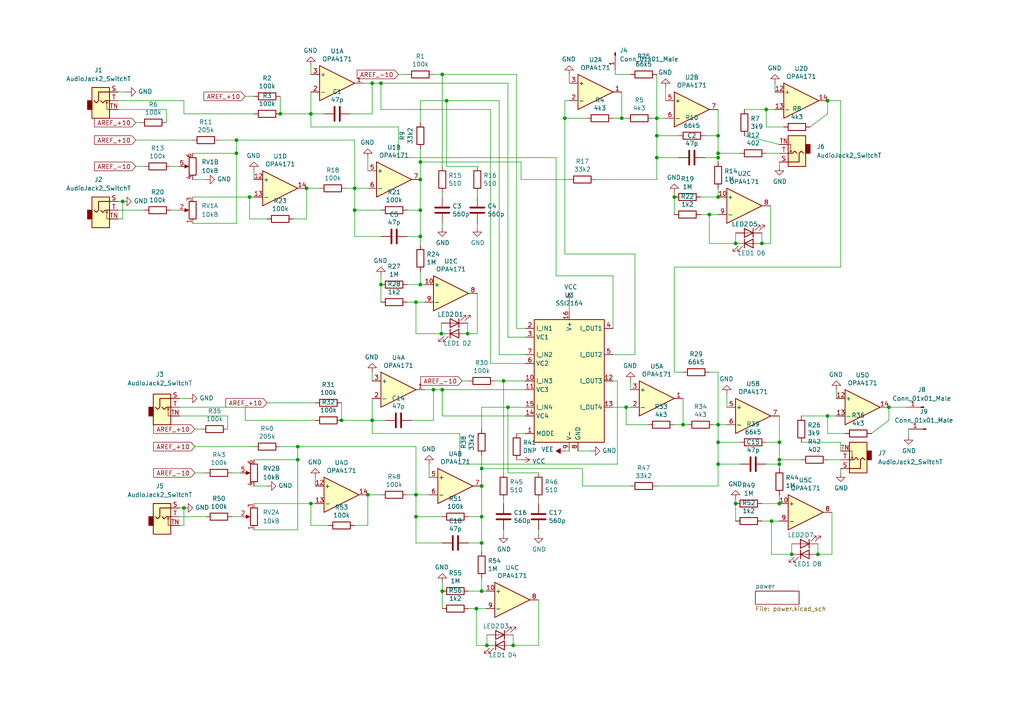
<source format=kicad_sch>
(kicad_sch (version 20211123) (generator eeschema)
  (paper "A4")
  (title_block (title "Mutable Blinds Klon, Taube Kanal 1+2") (date "2022-03-31") (rev "1.0") (comment 1 "urban@taube.xyz") (comment 2 "KiCad clone by Urban Bieri") (comment 3 "Design by Émilie Gillet") (comment 4 "cc-by-sa"))
  (junction (at 226.06 134.62))
  (junction (at 125.73 113.03))
  (junction (at 128.27 113.03))
  (junction (at 110.49 24.13))
  (junction (at 148.844 187.198))
  (junction (at 128.016 96.774))
  (junction (at 146.05 110.49))
  (junction (at 135.636 96.774))
  (junction (at 139.7 171.45))
  (junction (at 208.28 45.72))
  (junction (at 208.28 44.45))
  (junction (at 35.56 58.42))
  (junction (at 81.28 33.02))
  (junction (at 106.68 143.51))
  (junction (at 128.27 171.45))
  (junction (at 208.28 39.37))
  (junction (at 222.25 31.75))
  (junction (at 121.92 60.96))
  (junction (at 121.92 82.55))
  (junction (at 205.74 62.23))
  (junction (at 121.92 46.99))
  (junction (at 208.28 128.27))
  (junction (at 139.7 149.86))
  (junction (at 128.27 21.59))
  (junction (at 226.06 128.27))
  (junction (at 68.58 40.64))
  (junction (at 208.28 134.62))
  (junction (at 195.58 57.15))
  (junction (at 198.12 123.19))
  (junction (at 190.5 45.72))
  (junction (at 257.81 118.11))
  (junction (at 226.06 133.35))
  (junction (at 107.95 24.13))
  (junction (at 102.87 60.96))
  (junction (at 107.95 121.92))
  (junction (at 138.176 176.53))
  (junction (at 226.06 146.05))
  (junction (at 88.9 54.61))
  (junction (at 237.236 160.782))
  (junction (at 86.36 133.35))
  (junction (at 139.7 157.48))
  (junction (at 208.28 57.15))
  (junction (at 121.92 68.58))
  (junction (at 181.61 118.11))
  (junction (at 213.36 146.05))
  (junction (at 190.5 39.37))
  (junction (at 240.03 120.65))
  (junction (at 120.65 143.51))
  (junction (at 120.65 149.86))
  (junction (at 129.54 29.21))
  (junction (at 190.5 34.29))
  (junction (at 139.7 140.97))
  (junction (at 229.616 160.782))
  (junction (at 53.34 147.32))
  (junction (at 240.03 29.21))
  (junction (at 213.36 70.612))
  (junction (at 110.49 82.55))
  (junction (at 208.28 123.19))
  (junction (at 102.87 54.61))
  (junction (at 120.65 87.63))
  (junction (at 141.224 187.198))
  (junction (at 90.17 146.05))
  (junction (at 163.83 34.29))
  (junction (at 180.34 34.29))
  (junction (at 72.39 57.15))
  (junction (at 139.7 135.89))
  (junction (at 90.17 33.02))
  (junction (at 147.32 118.11))
  (junction (at 99.06 121.92))
  (junction (at 86.36 129.54))
  (junction (at 121.92 52.07))
  (junction (at 220.98 70.612))
  (junction (at 68.58 44.45))
  (junction (at 223.774 151.13))
  (wire (pts (xy 139.7 167.64) (xy 139.7 171.45)))
  (wire (pts (xy 55.88 57.15) (xy 72.39 57.15)))
  (wire (pts (xy 163.83 34.29) (xy 163.83 73.66)))
  (wire (pts (xy 71.12 121.92) (xy 91.44 121.92)))
  (wire (pts (xy 120.65 96.774) (xy 128.016 96.774)))
  (wire (pts (xy 107.95 33.02) (xy 107.95 24.13)))
  (wire (pts (xy 205.74 107.95) (xy 208.28 107.95)))
  (wire (pts (xy 128.27 21.59) (xy 149.86 21.59)))
  (wire (pts (xy 139.7 149.86) (xy 139.7 157.48)))
  (wire (pts (xy 223.52 70.612) (xy 220.98 70.612)))
  (wire (pts (xy 115.57 36.83) (xy 90.17 36.83)))
  (wire (pts (xy 52.07 120.65) (xy 66.04 120.65)))
  (wire (pts (xy 163.83 73.66) (xy 184.15 73.66)))
  (wire (pts (xy 67.31 149.86) (xy 69.85 149.86)))
  (wire (pts (xy 34.29 63.5) (xy 35.56 63.5)))
  (wire (pts (xy 133.35 125.73) (xy 107.95 125.73)))
  (wire (pts (xy 205.74 62.23) (xy 208.28 62.23)))
  (wire (pts (xy 71.12 118.11) (xy 71.12 121.92)))
  (wire (pts (xy 72.39 57.15) (xy 73.66 57.15)))
  (wire (pts (xy 121.92 82.55) (xy 123.19 82.55)))
  (wire (pts (xy 106.68 143.51) (xy 106.68 152.4)))
  (wire (pts (xy 49.53 48.26) (xy 52.07 48.26)))
  (wire (pts (xy 110.49 31.75) (xy 142.24 31.75)))
  (wire (pts (xy 133.35 134.62) (xy 179.07 134.62)))
  (wire (pts (xy 139.7 135.89) (xy 139.7 140.97)))
  (wire (pts (xy 133.35 134.62) (xy 133.35 125.73)))
  (wire (pts (xy 240.03 29.21) (xy 240.03 33.02)))
  (wire (pts (xy 141.224 184.15) (xy 141.224 187.198)))
  (wire (pts (xy 105.41 24.13) (xy 107.95 24.13)))
  (wire (pts (xy 81.28 33.02) (xy 90.17 33.02)))
  (wire (pts (xy 208.28 45.72) (xy 204.47 45.72)))
  (wire (pts (xy 102.87 54.61) (xy 106.68 54.61)))
  (wire (pts (xy 102.87 40.64) (xy 102.87 54.61)))
  (wire (pts (xy 110.49 24.13) (xy 147.32 24.13)))
  (wire (pts (xy 144.78 102.87) (xy 152.4 102.87)))
  (wire (pts (xy 107.95 121.92) (xy 111.76 121.92)))
  (wire (pts (xy 203.2 57.15) (xy 208.28 57.15)))
  (wire (pts (xy 243.84 128.27) (xy 243.84 130.81)))
  (wire (pts (xy 195.58 77.47) (xy 195.58 107.95)))
  (wire (pts (xy 34.29 29.21) (xy 53.34 29.21)))
  (wire (pts (xy 215.9 31.75) (xy 222.25 31.75)))
  (wire (pts (xy 210.82 114.3) (xy 210.82 118.11)))
  (wire (pts (xy 181.61 118.11) (xy 182.88 118.11)))
  (wire (pts (xy 220.98 146.05) (xy 226.06 146.05)))
  (wire (pts (xy 227.33 36.83) (xy 222.25 36.83)))
  (wire (pts (xy 118.11 82.55) (xy 121.92 82.55)))
  (wire (pts (xy 52.07 152.4) (xy 53.34 152.4)))
  (wire (pts (xy 56.515 129.54) (xy 73.66 129.54)))
  (wire (pts (xy 203.2 62.23) (xy 205.74 62.23)))
  (wire (pts (xy 138.43 85.09) (xy 138.43 96.774)))
  (wire (pts (xy 163.83 34.29) (xy 163.83 29.21)))
  (wire (pts (xy 172.72 52.07) (xy 190.5 52.07)))
  (wire (pts (xy 208.28 39.37) (xy 208.28 44.45)))
  (wire (pts (xy 139.7 157.48) (xy 135.89 157.48)))
  (wire (pts (xy 196.85 39.37) (xy 190.5 39.37)))
  (wire (pts (xy 106.68 152.4) (xy 102.87 152.4)))
  (wire (pts (xy 121.92 46.99) (xy 151.13 46.99)))
  (wire (pts (xy 91.44 138.43) (xy 91.44 140.97)))
  (wire (pts (xy 147.32 24.13) (xy 147.32 97.79)))
  (wire (pts (xy 39.37 35.56) (xy 40.64 35.56)))
  (wire (pts (xy 193.04 25.4) (xy 193.04 29.21)))
  (wire (pts (xy 223.774 151.13) (xy 223.774 160.782)))
  (wire (pts (xy 124.46 134.62) (xy 124.46 138.43)))
  (wire (pts (xy 226.06 133.35) (xy 232.41 133.35)))
  (wire (pts (xy 106.68 143.51) (xy 110.49 143.51)))
  (wire (pts (xy 190.5 39.37) (xy 190.5 34.29)))
  (wire (pts (xy 142.24 105.41) (xy 152.4 105.41)))
  (wire (pts (xy 184.15 73.66) (xy 184.15 102.87)))
  (wire (pts (xy 138.176 187.198) (xy 141.224 187.198)))
  (wire (pts (xy 190.5 140.97) (xy 208.28 140.97)))
  (wire (pts (xy 208.28 134.62) (xy 208.28 128.27)))
  (wire (pts (xy 222.25 44.45) (xy 226.06 44.45)))
  (wire (pts (xy 151.13 52.07) (xy 165.1 52.07)))
  (wire (pts (xy 195.58 107.95) (xy 198.12 107.95)))
  (wire (pts (xy 121.92 78.74) (xy 121.92 82.55)))
  (wire (pts (xy 232.41 120.65) (xy 240.03 120.65)))
  (wire (pts (xy 190.5 21.59) (xy 190.5 34.29)))
  (wire (pts (xy 139.7 157.48) (xy 139.7 160.02)))
  (wire (pts (xy 119.38 121.92) (xy 125.73 121.92)))
  (wire (pts (xy 49.53 60.96) (xy 52.07 60.96)))
  (wire (pts (xy 229.616 157.734) (xy 229.616 160.782)))
  (wire (pts (xy 128.27 64.77) (xy 128.27 66.04)))
  (wire (pts (xy 190.5 52.07) (xy 190.5 45.72)))
  (wire (pts (xy 148.844 187.198) (xy 156.21 187.198)))
  (wire (pts (xy 110.49 24.13) (xy 110.49 31.75)))
  (wire (pts (xy 146.05 144.78) (xy 146.05 146.05)))
  (wire (pts (xy 110.49 80.01) (xy 110.49 82.55)))
  (wire (pts (xy 222.25 36.83) (xy 222.25 31.75)))
  (wire (pts (xy 121.92 29.21) (xy 129.54 29.21)))
  (wire (pts (xy 128.27 113.03) (xy 128.27 120.65)))
  (wire (pts (xy 168.91 135.89) (xy 168.91 140.97)))
  (wire (pts (xy 35.56 63.5) (xy 35.56 58.42)))
  (wire (pts (xy 81.28 27.94) (xy 81.28 33.02)))
  (wire (pts (xy 240.03 29.21) (xy 243.84 29.21)))
  (wire (pts (xy 198.12 115.57) (xy 198.12 123.19)))
  (wire (pts (xy 138.176 176.53) (xy 138.176 187.198)))
  (wire (pts (xy 138.43 64.77) (xy 138.43 66.04)))
  (wire (pts (xy 52.07 149.86) (xy 59.69 149.86)))
  (wire (pts (xy 184.15 102.87) (xy 177.8 102.87)))
  (wire (pts (xy 149.86 133.35) (xy 151.13 133.35)))
  (wire (pts (xy 152.4 125.73) (xy 149.86 125.73)))
  (wire (pts (xy 146.05 110.49) (xy 146.05 137.16)))
  (wire (pts (xy 241.3 160.782) (xy 237.236 160.782)))
  (wire (pts (xy 257.81 118.11) (xy 257.81 121.92)))
  (wire (pts (xy 139.7 140.97) (xy 139.7 149.86)))
  (wire (pts (xy 129.54 29.21) (xy 144.78 29.21)))
  (wire (pts (xy 208.28 54.61) (xy 208.28 57.15)))
  (wire (pts (xy 86.36 129.54) (xy 86.36 133.35)))
  (wire (pts (xy 120.65 149.86) (xy 120.65 143.51)))
  (wire (pts (xy 102.87 54.61) (xy 100.33 54.61)))
  (wire (pts (xy 171.45 130.81) (xy 167.64 130.81)))
  (wire (pts (xy 86.36 153.67) (xy 73.66 153.67)))
  (wire (pts (xy 128.016 93.726) (xy 128.016 96.774)))
  (wire (pts (xy 208.28 44.45) (xy 208.28 45.72)))
  (wire (pts (xy 110.49 60.96) (xy 102.87 60.96)))
  (wire (pts (xy 241.3 148.59) (xy 241.3 160.782)))
  (wire (pts (xy 120.65 143.51) (xy 118.11 143.51)))
  (wire (pts (xy 102.87 60.96) (xy 102.87 54.61)))
  (wire (pts (xy 90.17 33.02) (xy 90.17 26.67)))
  (wire (pts (xy 128.27 171.45) (xy 128.27 176.53)))
  (wire (pts (xy 165.1 87.63) (xy 165.1 90.17)))
  (wire (pts (xy 240.03 133.35) (xy 243.84 133.35)))
  (wire (pts (xy 213.36 146.05) (xy 213.36 151.13)))
  (wire (pts (xy 177.8 80.01) (xy 177.8 95.25)))
  (wire (pts (xy 73.66 133.35) (xy 86.36 133.35)))
  (wire (pts (xy 178.435 21.59) (xy 178.435 20.32)))
  (wire (pts (xy 205.74 70.612) (xy 205.74 62.23)))
  (wire (pts (xy 77.47 63.5) (xy 72.39 63.5)))
  (wire (pts (xy 196.85 45.72) (xy 190.5 45.72)))
  (wire (pts (xy 156.21 187.198) (xy 156.21 173.99)))
  (wire (pts (xy 107.95 121.92) (xy 107.95 115.57)))
  (wire (pts (xy 56.515 124.46) (xy 58.42 124.46)))
  (wire (pts (xy 214.63 128.27) (xy 208.28 128.27)))
  (wire (pts (xy 110.49 82.55) (xy 110.49 87.63)))
  (wire (pts (xy 125.73 113.03) (xy 128.27 113.03)))
  (wire (pts (xy 226.06 143.51) (xy 226.06 146.05)))
  (wire (pts (xy 120.65 87.63) (xy 123.19 87.63)))
  (wire (pts (xy 99.06 116.84) (xy 99.06 121.92)))
  (wire (pts (xy 120.65 129.54) (xy 120.65 143.51)))
  (wire (pts (xy 189.23 34.29) (xy 190.5 34.29)))
  (wire (pts (xy 115.57 45.72) (xy 115.57 36.83)))
  (wire (pts (xy 208.28 128.27) (xy 208.28 123.19)))
  (wire (pts (xy 53.34 33.02) (xy 73.66 33.02)))
  (wire (pts (xy 68.58 64.77) (xy 55.88 64.77)))
  (wire (pts (xy 181.61 34.29) (xy 180.34 34.29)))
  (wire (pts (xy 220.98 67.564) (xy 220.98 70.612)))
  (wire (pts (xy 53.34 152.4) (xy 53.34 147.32)))
  (wire (pts (xy 68.58 40.64) (xy 102.87 40.64)))
  (wire (pts (xy 181.61 123.19) (xy 181.61 118.11)))
  (wire (pts (xy 90.17 36.83) (xy 90.17 33.02)))
  (wire (pts (xy 81.28 129.54) (xy 86.36 129.54)))
  (wire (pts (xy 223.774 151.13) (xy 226.06 151.13)))
  (wire (pts (xy 88.9 63.5) (xy 85.09 63.5)))
  (wire (pts (xy 102.87 68.58) (xy 102.87 60.96)))
  (wire (pts (xy 128.27 120.65) (xy 152.4 120.65)))
  (wire (pts (xy 120.65 143.51) (xy 124.46 143.51)))
  (wire (pts (xy 223.52 59.69) (xy 223.52 70.612)))
  (wire (pts (xy 121.92 60.96) (xy 121.92 68.58)))
  (wire (pts (xy 56.515 137.16) (xy 59.69 137.16)))
  (wire (pts (xy 53.34 29.21) (xy 53.34 33.02)))
  (wire (pts (xy 91.44 116.84) (xy 77.47 116.84)))
  (wire (pts (xy 128.27 21.59) (xy 125.73 21.59)))
  (wire (pts (xy 67.31 137.16) (xy 69.85 137.16)))
  (wire (pts (xy 180.34 34.29) (xy 177.8 34.29)))
  (wire (pts (xy 144.78 29.21) (xy 144.78 102.87)))
  (wire (pts (xy 121.92 68.58) (xy 121.92 71.12)))
  (wire (pts (xy 138.43 55.88) (xy 138.43 57.15)))
  (wire (pts (xy 39.37 40.64) (xy 55.88 40.64)))
  (wire (pts (xy 120.65 157.48) (xy 120.65 149.86)))
  (wire (pts (xy 208.28 31.75) (xy 208.28 39.37)))
  (wire (pts (xy 115.57 45.72) (xy 161.29 45.72)))
  (wire (pts (xy 73.66 49.53) (xy 73.66 52.07)))
  (wire (pts (xy 48.26 35.56) (xy 48.26 31.75)))
  (wire (pts (xy 156.21 137.16) (xy 147.32 137.16)))
  (wire (pts (xy 128.27 55.88) (xy 128.27 57.15)))
  (wire (pts (xy 213.36 144.78) (xy 213.36 146.05)))
  (wire (pts (xy 190.5 45.72) (xy 190.5 39.37)))
  (wire (pts (xy 195.58 57.15) (xy 195.58 62.23)))
  (wire (pts (xy 39.37 48.26) (xy 41.91 48.26)))
  (wire (pts (xy 121.92 60.96) (xy 118.11 60.96)))
  (wire (pts (xy 99.06 121.92) (xy 107.95 121.92)))
  (wire (pts (xy 226.06 120.65) (xy 226.06 128.27)))
  (wire (pts (xy 147.32 118.11) (xy 152.4 118.11)))
  (wire (pts (xy 72.39 63.5) (xy 72.39 57.15)))
  (wire (pts (xy 128.27 157.48) (xy 120.65 157.48)))
  (wire (pts (xy 257.81 118.11) (xy 262.89 118.11)))
  (wire (pts (xy 213.36 70.612) (xy 205.74 70.612)))
  (wire (pts (xy 138.176 176.53) (xy 140.97 176.53)))
  (wire (pts (xy 107.95 107.95) (xy 107.95 110.49)))
  (wire (pts (xy 161.29 45.72) (xy 161.29 80.01)))
  (wire (pts (xy 243.84 29.21) (xy 243.84 77.47)))
  (wire (pts (xy 243.84 77.47) (xy 195.58 77.47)))
  (wire (pts (xy 53.34 147.32) (xy 52.07 147.32)))
  (wire (pts (xy 149.86 21.59) (xy 149.86 95.25)))
  (wire (pts (xy 139.7 149.86) (xy 135.89 149.86)))
  (wire (pts (xy 222.25 31.75) (xy 224.79 31.75)))
  (wire (pts (xy 128.27 168.91) (xy 128.27 171.45)))
  (wire (pts (xy 106.68 45.72) (xy 106.68 49.53)))
  (wire (pts (xy 147.32 97.79) (xy 152.4 97.79)))
  (wire (pts (xy 135.89 171.45) (xy 139.7 171.45)))
  (wire (pts (xy 110.49 68.58) (xy 102.87 68.58)))
  (wire (pts (xy 226.06 133.35) (xy 226.06 134.62)))
  (wire (pts (xy 168.91 140.97) (xy 182.88 140.97)))
  (wire (pts (xy 208.28 107.95) (xy 208.28 123.19)))
  (wire (pts (xy 180.34 26.67) (xy 180.34 34.29)))
  (wire (pts (xy 226.06 41.91) (xy 215.9 39.37)))
  (wire (pts (xy 208.28 44.45) (xy 214.63 44.45)))
  (wire (pts (xy 237.236 157.734) (xy 237.236 160.782)))
  (wire (pts (xy 240.03 125.73) (xy 245.11 125.73)))
  (wire (pts (xy 195.58 55.88) (xy 195.58 57.15)))
  (wire (pts (xy 220.98 151.13) (xy 223.774 151.13)))
  (wire (pts (xy 226.06 135.89) (xy 226.06 134.62)))
  (wire (pts (xy 208.28 39.37) (xy 204.47 39.37)))
  (wire (pts (xy 156.21 144.78) (xy 156.21 146.05)))
  (wire (pts (xy 170.18 34.29) (xy 163.83 34.29)))
  (wire (pts (xy 133.985 110.49) (xy 135.89 110.49)))
  (wire (pts (xy 240.03 120.65) (xy 242.57 120.65)))
  (wire (pts (xy 129.54 48.26) (xy 129.54 29.21)))
  (wire (pts (xy 68.58 40.64) (xy 68.58 44.45)))
  (wire (pts (xy 123.19 113.03) (xy 125.73 113.03)))
  (wire (pts (xy 161.29 80.01) (xy 177.8 80.01)))
  (wire (pts (xy 55.88 52.07) (xy 59.69 52.07)))
  (wire (pts (xy 128.27 113.03) (xy 152.4 113.03)))
  (wire (pts (xy 226.06 134.62) (xy 222.25 134.62)))
  (wire (pts (xy 121.92 52.07) (xy 121.92 60.96)))
  (wire (pts (xy 138.43 48.26) (xy 129.54 48.26)))
  (wire (pts (xy 107.95 24.13) (xy 110.49 24.13)))
  (wire (pts (xy 139.7 132.08) (xy 139.7 135.89)))
  (wire (pts (xy 86.36 129.54) (xy 120.65 129.54)))
  (wire (pts (xy 213.36 67.564) (xy 213.36 70.612)))
  (wire (pts (xy 121.92 46.99) (xy 121.92 52.07)))
  (wire (pts (xy 151.13 46.99) (xy 151.13 52.07)))
  (wire (pts (xy 226.06 128.27) (xy 222.25 128.27)))
  (wire (pts (xy 182.88 110.49) (xy 182.88 113.03)))
  (wire (pts (xy 120.65 87.63) (xy 120.65 96.774)))
  (wire (pts (xy 190.5 34.29) (xy 193.04 34.29)))
  (wire (pts (xy 36.83 26.67) (xy 34.29 26.67)))
  (wire (pts (xy 86.36 133.35) (xy 86.36 153.67)))
  (wire (pts (xy 240.03 33.02) (xy 234.95 36.83)))
  (wire (pts (xy 73.66 140.97) (xy 77.47 140.97)))
  (wire (pts (xy 207.01 123.19) (xy 208.28 123.19)))
  (wire (pts (xy 146.05 110.49) (xy 143.51 110.49)))
  (wire (pts (xy 156.21 153.67) (xy 156.21 154.94)))
  (wire (pts (xy 90.17 146.05) (xy 91.44 146.05)))
  (wire (pts (xy 226.06 128.27) (xy 226.06 133.35)))
  (wire (pts (xy 224.79 24.13) (xy 224.79 26.67)))
  (wire (pts (xy 139.7 135.89) (xy 168.91 135.89)))
  (wire (pts (xy 88.9 54.61) (xy 92.71 54.61)))
  (wire (pts (xy 163.83 130.81) (xy 165.1 130.81)))
  (wire (pts (xy 177.8 118.11) (xy 181.61 118.11)))
  (wire (pts (xy 118.11 87.63) (xy 120.65 87.63)))
  (wire (pts (xy 139.7 171.45) (xy 140.97 171.45)))
  (wire (pts (xy 90.17 152.4) (xy 90.17 146.05)))
  (wire (pts (xy 263.525 124.46) (xy 263.525 126.365)))
  (wire (pts (xy 63.5 40.64) (xy 68.58 40.64)))
  (wire (pts (xy 95.25 152.4) (xy 90.17 152.4)))
  (wire (pts (xy 242.57 113.03) (xy 242.57 115.57)))
  (wire (pts (xy 121.92 35.56) (xy 121.92 29.21)))
  (wire (pts (xy 232.41 128.27) (xy 243.84 128.27)))
  (wire (pts (xy 179.07 110.49) (xy 179.07 134.62)))
  (wire (pts (xy 149.86 95.25) (xy 152.4 95.25)))
  (wire (pts (xy 35.56 58.42) (xy 34.29 58.42)))
  (wire (pts (xy 139.7 118.11) (xy 147.32 118.11)))
  (wire (pts (xy 208.28 123.19) (xy 210.82 123.19)))
  (wire (pts (xy 34.29 60.96) (xy 41.91 60.96)))
  (wire (pts (xy 73.66 146.05) (xy 90.17 146.05)))
  (wire (pts (xy 121.92 43.18) (xy 121.92 46.99)))
  (wire (pts (xy 148.844 184.15) (xy 148.844 187.198)))
  (wire (pts (xy 152.4 110.49) (xy 146.05 110.49)))
  (wire (pts (xy 138.43 96.774) (xy 135.636 96.774)))
  (wire (pts (xy 199.39 123.19) (xy 198.12 123.19)))
  (wire (pts (xy 34.29 31.75) (xy 48.26 31.75)))
  (wire (pts (xy 135.89 176.53) (xy 138.176 176.53)))
  (wire (pts (xy 128.27 21.59) (xy 128.27 48.26)))
  (wire (pts (xy 178.435 21.59) (xy 182.88 21.59)))
  (wire (pts (xy 115.57 21.59) (xy 118.11 21.59)))
  (wire (pts (xy 107.95 125.73) (xy 107.95 121.92)))
  (wire (pts (xy 198.12 123.19) (xy 195.58 123.19)))
  (wire (pts (xy 52.07 118.11) (xy 71.12 118.11)))
  (wire (pts (xy 128.27 149.86) (xy 120.65 149.86)))
  (wire (pts (xy 257.81 121.92) (xy 252.73 125.73)))
  (wire (pts (xy 226.06 46.99) (xy 226.06 48.26)))
  (wire (pts (xy 187.96 123.19) (xy 181.61 123.19)))
  (wire (pts (xy 214.63 134.62) (xy 208.28 134.62)))
  (wire (pts (xy 177.8 110.49) (xy 179.07 110.49)))
  (wire (pts (xy 121.92 68.58) (xy 118.11 68.58)))
  (wire (pts (xy 90.17 33.02) (xy 93.98 33.02)))
  (wire (pts (xy 90.17 19.05) (xy 90.17 21.59)))
  (wire (pts (xy 243.84 135.89) (xy 243.84 137.16)))
  (wire (pts (xy 68.58 44.45) (xy 68.58 64.77)))
  (wire (pts (xy 165.1 21.59) (xy 165.1 24.13)))
  (wire (pts (xy 88.9 54.61) (xy 88.9 63.5)))
  (wire (pts (xy 73.66 27.94) (xy 71.12 27.94)))
  (wire (pts (xy 66.04 124.46) (xy 66.04 120.65)))
  (wire (pts (xy 55.88 44.45) (xy 68.58 44.45)))
  (wire (pts (xy 101.6 33.02) (xy 107.95 33.02)))
  (wire (pts (xy 135.636 93.726) (xy 135.636 96.774)))
  (wire (pts (xy 139.7 124.46) (xy 139.7 118.11)))
  (wire (pts (xy 54.61 115.57) (xy 52.07 115.57)))
  (wire (pts (xy 208.28 46.99) (xy 208.28 45.72)))
  (wire (pts (xy 208.28 140.97) (xy 208.28 134.62)))
  (wire (pts (xy 223.774 160.782) (xy 229.616 160.782)))
  (wire (pts (xy 240.03 125.73) (xy 240.03 120.65)))
  (wire (pts (xy 147.32 137.16) (xy 147.32 118.11)))
  (wire (pts (xy 142.24 31.75) (xy 142.24 105.41)))
  (wire (pts (xy 125.73 121.92) (xy 125.73 113.03)))
  (wire (pts (xy 163.83 29.21) (xy 165.1 29.21)))
  (wire (pts (xy 146.05 153.67) (xy 146.05 154.94)))
  (global_label "AREF_+10" (shape input) (at 39.37 35.56 180) (property "Intersheet References" "${INTERSHEET_REFS}" (effects hide)))
  (global_label "AREF_+10" (shape input) (at 56.515 129.54 180) (property "Intersheet References" "${INTERSHEET_REFS}" (effects hide)))
  (global_label "AREF_+10" (shape input) (at 71.12 27.94 180) (property "Intersheet References" "${INTERSHEET_REFS}" (effects hide)))
  (global_label "AREF_-10" (shape input) (at 56.515 137.16 180) (property "Intersheet References" "${INTERSHEET_REFS}" (effects hide)))
  (global_label "AREF_-10" (shape input) (at 39.37 48.26 180) (property "Intersheet References" "${INTERSHEET_REFS}" (effects hide)))
  (global_label "AREF_+10" (shape input) (at 56.515 124.46 180) (property "Intersheet References" "${INTERSHEET_REFS}" (effects hide)))
  (global_label "AREF_+10" (shape input) (at 77.47 116.84 180) (property "Intersheet References" "${INTERSHEET_REFS}" (effects hide)))
  (global_label "AREF_+10" (shape input) (at 39.37 40.64 180) (property "Intersheet References" "${INTERSHEET_REFS}" (effects hide)))
  (global_label "AREF_-10" (shape input) (at 133.985 110.49 180) (property "Intersheet References" "${INTERSHEET_REFS}" (effects hide)))
  (global_label "AREF_-10" (shape input) (at 115.57 21.59 180) (property "Intersheet References" "${INTERSHEET_REFS}" (effects hide)))
  (symbol (lib_id "Amplifier_Operational:OPA4134") (at 115.57 113.03 0) (unit 1)
    (property "Reference" "U4" (at 115.57 103.7082 0))
    (property "Value" "OPA4171" (at 115.57 106.0196 0))
    (property "Footprint" "Package_SO:SOIC-14_3.9x8.7mm_P1.27mm" (effects hide))
    (property "Datasheet" "http://www.ti.com/lit/ds/symlink/opa134.pdf" (effects hide))
  )
  (symbol (lib_id "Audio:SSI2164") (at 165.1 110.49 0) (unit 1)
    (property "Reference" "U3" (at 165.1 85.6488 0))
    (property "Value" "SSI2164" (at 165.1 87.9602 0))
    (property "Footprint" "Package_SO:SOIC-16_3.9x9.9mm_P1.27mm" (effects hide))
    (property "Datasheet" "http://www.soundsemiconductor.com/downloads/ssi2164datasheet.pdf" (effects hide))
  )
  (symbol (lib_id "Device:R") (at 63.5 149.86 270) (unit 1)
    (property "Reference" "R50" (at 63.5 144.6022 90))
    (property "Value" "100k" (at 63.5 146.9136 90))
    (property "Footprint" "Resistor_SMD:R_0805_2012Metric_Pad1.20x1.40mm_HandSolder" (effects hide))
  )
  (symbol (lib_id "Device:R") (at 63.5 137.16 270) (unit 1)
    (property "Reference" "R43" (at 63.5 131.9022 90))
    (property "Value" "100k" (at 63.5 134.2136 90))
    (property "Footprint" "Resistor_SMD:R_0805_2012Metric_Pad1.20x1.40mm_HandSolder" (effects hide))
  )
  (symbol (lib_id "power:GND") (at 53.34 147.32 90) (unit 1)
    (property "Reference" "#PWR039" (effects hide))
    (property "Value" "GND" (at 56.5912 147.193 90) (effects (justify right)))
  )
  (symbol (lib_id "power:GND") (at 77.47 140.97 90) (unit 1)
    (property "Reference" "#PWR037" (effects hide))
    (property "Value" "GND" (at 80.7212 140.843 90) (effects (justify right)))
  )
  (symbol (lib_id "Amplifier_Operational:OPA4134") (at 132.08 140.97 0) (unit 2)
    (property "Reference" "U4" (at 132.08 131.6482 0))
    (property "Value" "OPA4171" (at 132.08 133.9596 0))
    (property "Footprint" "Package_SO:SOIC-14_3.9x8.7mm_P1.27mm" (effects hide))
    (property "Datasheet" "http://www.ti.com/lit/ds/symlink/opa134.pdf" (effects hide))
  )
  (symbol (lib_id "Amplifier_Operational:OPA4134") (at 148.59 173.99 0) (unit 3)
    (property "Reference" "U4" (at 148.59 164.6682 0))
    (property "Value" "OPA4171" (at 148.59 166.9796 0))
    (property "Footprint" "Package_SO:SOIC-14_3.9x8.7mm_P1.27mm" (effects hide))
    (property "Datasheet" "http://www.ti.com/lit/ds/symlink/opa134.pdf" (effects hide))
  )
  (symbol (lib_id "Amplifier_Operational:OPA4134") (at 99.06 143.51 0) (unit 4)
    (property "Reference" "U4" (at 99.06 134.1882 0))
    (property "Value" "OPA4171" (at 99.06 136.4996 0))
    (property "Footprint" "Package_SO:SOIC-14_3.9x8.7mm_P1.27mm" (effects hide))
    (property "Datasheet" "http://www.ti.com/lit/ds/symlink/opa134.pdf" (effects hide))
  )
  (symbol (lib_id "power:GND") (at 91.44 138.43 180) (unit 1)
    (property "Reference" "#PWR036" (effects hide))
    (property "Value" "GND" (at 91.313 134.0358 0))
  )
  (symbol (lib_id "Device:R") (at 99.06 152.4 270) (unit 1)
    (property "Reference" "R53" (at 99.06 147.1422 90))
    (property "Value" "100k" (at 99.06 149.4536 90))
    (property "Footprint" "Resistor_SMD:R_0805_2012Metric_Pad1.20x1.40mm_HandSolder" (effects hide))
  )
  (symbol (lib_id "Device:R") (at 114.3 143.51 270) (unit 1)
    (property "Reference" "R48" (at 114.3 138.2522 90))
    (property "Value" "100k" (at 114.3 140.5636 90))
    (property "Footprint" "Resistor_SMD:R_0805_2012Metric_Pad1.20x1.40mm_HandSolder" (effects hide))
  )
  (symbol (lib_id "Device:R") (at 77.47 129.54 270) (unit 1)
    (property "Reference" "R40" (at 77.47 124.2822 90))
    (property "Value" "205k" (at 77.47 126.5936 90))
    (property "Footprint" "Resistor_SMD:R_0805_2012Metric_Pad1.20x1.40mm_HandSolder" (effects hide))
  )
  (symbol (lib_id "power:GND") (at 124.46 134.62 180) (unit 1)
    (property "Reference" "#PWR034" (effects hide))
    (property "Value" "GND" (at 124.333 130.2258 0))
  )
  (symbol (lib_id "Device:R") (at 132.08 149.86 270) (unit 1)
    (property "Reference" "R51" (at 132.08 144.6022 90))
    (property "Value" "100k" (at 132.08 146.9136 90))
    (property "Footprint" "Resistor_SMD:R_0805_2012Metric_Pad1.20x1.40mm_HandSolder" (effects hide))
  )
  (symbol (lib_id "Device:C") (at 132.08 157.48 270) (unit 1)
    (property "Reference" "C18" (at 132.08 151.0792 90))
    (property "Value" "47p" (at 132.08 153.3906 90))
    (property "Footprint" "Capacitor_SMD:C_0805_2012Metric_Pad1.18x1.45mm_HandSolder" (effects hide))
  )
  (symbol (lib_id "Device:R") (at 139.7 163.83 180) (unit 1)
    (property "Reference" "R54" (at 141.478 162.6616 0) (effects (justify right)))
    (property "Value" "1M" (at 141.478 164.973 0) (effects (justify right)))
    (property "Footprint" "Resistor_SMD:R_0805_2012Metric_Pad1.20x1.40mm_HandSolder" (effects hide))
  )
  (symbol (lib_id "Device:R") (at 132.08 171.45 90) (unit 1)
    (property "Reference" "R55" (at 132.08 166.1922 90))
    (property "Value" "1M" (at 132.08 168.5036 90))
    (property "Footprint" "Resistor_SMD:R_0805_2012Metric_Pad1.20x1.40mm_HandSolder" (effects hide))
  )
  (symbol (lib_id "Device:R") (at 132.08 176.53 90) (unit 1)
    (property "Reference" "R56" (at 132.08 171.2722 90))
    (property "Value" "1k2" (at 132.08 173.5836 90))
    (property "Footprint" "Resistor_SMD:R_0805_2012Metric_Pad1.20x1.40mm_HandSolder" (effects hide))
  )
  (symbol (lib_id "power:GND") (at 128.27 168.91 180) (unit 1)
    (property "Reference" "#PWR043" (effects hide))
    (property "Value" "GND" (at 128.143 164.5158 0))
  )
  (symbol (lib_id "Device:R") (at 62.23 124.46 270) (unit 1)
    (property "Reference" "R35" (at 62.23 119.2022 90))
    (property "Value" "100k" (at 62.23 121.5136 90))
    (property "Footprint" "Resistor_SMD:R_0805_2012Metric_Pad1.20x1.40mm_HandSolder" (effects hide))
  )
  (symbol (lib_id "Device:R") (at 139.7 128.27 0) (unit 1)
    (property "Reference" "R38" (at 134.4422 128.27 90))
    (property "Value" "33k2" (at 136.7536 128.27 90))
    (property "Footprint" "Resistor_SMD:R_0805_2012Metric_Pad1.20x1.40mm_HandSolder" (effects hide))
  )
  (symbol (lib_id "power:GND") (at 107.95 107.95 180) (unit 1)
    (property "Reference" "#PWR026" (effects hide))
    (property "Value" "GND" (at 107.823 103.5558 0))
  )
  (symbol (lib_id "Device:R") (at 95.25 116.84 270) (unit 1)
    (property "Reference" "R31" (at 95.25 111.5822 90))
    (property "Value" "100k" (at 95.25 113.8936 90))
    (property "Footprint" "Resistor_SMD:R_0805_2012Metric_Pad1.20x1.40mm_HandSolder" (effects hide))
  )
  (symbol (lib_id "Device:R") (at 95.25 121.92 270) (unit 1)
    (property "Reference" "R32" (at 95.25 116.6622 90))
    (property "Value" "100k" (at 95.25 118.9736 90))
    (property "Footprint" "Resistor_SMD:R_0805_2012Metric_Pad1.20x1.40mm_HandSolder" (effects hide))
  )
  (symbol (lib_id "power:GND") (at 54.61 115.57 90) (unit 1)
    (property "Reference" "#PWR030" (effects hide))
    (property "Value" "GND" (at 57.8612 115.443 90) (effects (justify right)))
  )
  (symbol (lib_id "Device:C") (at 115.57 121.92 270) (unit 1)
    (property "Reference" "C14" (at 115.57 115.5192 90))
    (property "Value" "47p" (at 115.57 117.8306 90))
    (property "Footprint" "Capacitor_SMD:C_0805_2012Metric_Pad1.18x1.45mm_HandSolder" (effects hide))
  )
  (symbol (lib_id "Device:R") (at 139.7 110.49 270) (unit 1)
    (property "Reference" "R30" (at 139.7 105.2322 90))
    (property "Value" "100k" (at 139.7 107.5436 90))
    (property "Footprint" "Resistor_SMD:R_0805_2012Metric_Pad1.20x1.40mm_HandSolder" (effects hide))
  )
  (symbol (lib_id "Device:R") (at 146.05 140.97 0) (unit 1)
    (property "Reference" "R45" (at 147.828 139.8016 0) (effects (justify left)))
    (property "Value" "510" (at 147.828 142.113 0) (effects (justify left)))
    (property "Footprint" "Resistor_SMD:R_0805_2012Metric_Pad1.20x1.40mm_HandSolder" (effects hide))
  )
  (symbol (lib_id "Device:C") (at 146.05 149.86 180) (unit 1)
    (property "Reference" "C16" (at 148.971 148.6916 0) (effects (justify right)))
    (property "Value" "560p" (at 148.971 151.003 0) (effects (justify right)))
    (property "Footprint" "Capacitor_SMD:C_0805_2012Metric_Pad1.18x1.45mm_HandSolder" (effects hide))
  )
  (symbol (lib_id "Device:R") (at 156.21 140.97 180) (unit 1)
    (property "Reference" "R46" (at 157.988 139.8016 0) (effects (justify right)))
    (property "Value" "510" (at 157.988 142.113 0) (effects (justify right)))
    (property "Footprint" "Resistor_SMD:R_0805_2012Metric_Pad1.20x1.40mm_HandSolder" (effects hide))
  )
  (symbol (lib_id "Device:C") (at 156.21 149.86 180) (unit 1)
    (property "Reference" "C17" (at 159.131 148.6916 0) (effects (justify right)))
    (property "Value" "560p" (at 159.131 151.003 0) (effects (justify right)))
    (property "Footprint" "Capacitor_SMD:C_0805_2012Metric_Pad1.18x1.45mm_HandSolder" (effects hide))
  )
  (symbol (lib_id "power:GND") (at 156.21 154.94 0) (unit 1)
    (property "Reference" "#PWR041" (effects hide))
    (property "Value" "GND" (at 156.337 159.3342 0))
  )
  (symbol (lib_id "power:GND") (at 146.05 154.94 0) (unit 1)
    (property "Reference" "#PWR040" (effects hide))
    (property "Value" "GND" (at 146.177 159.3342 0))
  )
  (symbol (lib_id "Amplifier_Operational:OPA4134") (at 97.79 24.13 0) (unit 1)
    (property "Reference" "U1" (at 97.79 14.8082 0))
    (property "Value" "OPA4171" (at 97.79 17.1196 0))
    (property "Footprint" "Package_SO:SOIC-14_3.9x8.7mm_P1.27mm" (effects hide))
    (property "Datasheet" "http://www.ti.com/lit/ds/symlink/opa134.pdf" (effects hide))
  )
  (symbol (lib_id "Device:R") (at 45.72 60.96 270) (unit 1)
    (property "Reference" "R20" (at 45.72 55.7022 90))
    (property "Value" "100k" (at 45.72 58.0136 90))
    (property "Footprint" "Resistor_SMD:R_0805_2012Metric_Pad1.20x1.40mm_HandSolder" (effects hide))
  )
  (symbol (lib_id "Device:R") (at 45.72 48.26 270) (unit 1)
    (property "Reference" "R13" (at 45.72 43.0022 90))
    (property "Value" "100k" (at 45.72 45.3136 90))
    (property "Footprint" "Resistor_SMD:R_0805_2012Metric_Pad1.20x1.40mm_HandSolder" (effects hide))
  )
  (symbol (lib_id "power:GND") (at 35.56 58.42 90) (unit 1)
    (property "Reference" "#PWR011" (effects hide))
    (property "Value" "GND" (at 38.8112 58.293 90) (effects (justify right)))
  )
  (symbol (lib_id "power:GND") (at 59.69 52.07 90) (unit 1)
    (property "Reference" "#PWR09" (effects hide))
    (property "Value" "GND" (at 62.9412 51.943 90) (effects (justify right)))
  )
  (symbol (lib_id "Amplifier_Operational:OPA4134") (at 114.3 52.07 0) (unit 2)
    (property "Reference" "U1" (at 114.3 42.7482 0))
    (property "Value" "OPA4171" (at 114.3 45.0596 0))
    (property "Footprint" "Package_SO:SOIC-14_3.9x8.7mm_P1.27mm" (effects hide))
    (property "Datasheet" "http://www.ti.com/lit/ds/symlink/opa134.pdf" (effects hide))
  )
  (symbol (lib_id "Amplifier_Operational:OPA4134") (at 130.81 85.09 0) (unit 3)
    (property "Reference" "U1" (at 130.81 75.7682 0))
    (property "Value" "OPA4171" (at 130.81 78.0796 0))
    (property "Footprint" "Package_SO:SOIC-14_3.9x8.7mm_P1.27mm" (effects hide))
    (property "Datasheet" "http://www.ti.com/lit/ds/symlink/opa134.pdf" (effects hide))
  )
  (symbol (lib_id "Amplifier_Operational:OPA4134") (at 81.28 54.61 0) (unit 4)
    (property "Reference" "U1" (at 81.28 45.2882 0))
    (property "Value" "OPA4171" (at 81.28 47.5996 0))
    (property "Footprint" "Package_SO:SOIC-14_3.9x8.7mm_P1.27mm" (effects hide))
    (property "Datasheet" "http://www.ti.com/lit/ds/symlink/opa134.pdf" (effects hide))
  )
  (symbol (lib_id "power:GND") (at 73.66 49.53 180) (unit 1)
    (property "Reference" "#PWR08" (effects hide))
    (property "Value" "GND" (at 73.533 45.1358 0))
  )
  (symbol (lib_id "Device:R") (at 81.28 63.5 270) (unit 1)
    (property "Reference" "R23" (at 81.28 58.2422 90))
    (property "Value" "100k" (at 81.28 60.5536 90))
    (property "Footprint" "Resistor_SMD:R_0805_2012Metric_Pad1.20x1.40mm_HandSolder" (effects hide))
  )
  (symbol (lib_id "Device:R") (at 96.52 54.61 270) (unit 1)
    (property "Reference" "R18" (at 96.52 49.3522 90))
    (property "Value" "100k" (at 96.52 51.6636 90))
    (property "Footprint" "Resistor_SMD:R_0805_2012Metric_Pad1.20x1.40mm_HandSolder" (effects hide))
  )
  (symbol (lib_id "Device:R") (at 59.69 40.64 270) (unit 1)
    (property "Reference" "R11" (at 59.69 35.3822 90))
    (property "Value" "205k" (at 59.69 37.6936 90))
    (property "Footprint" "Resistor_SMD:R_0805_2012Metric_Pad1.20x1.40mm_HandSolder" (effects hide))
  )
  (symbol (lib_id "power:GND") (at 106.68 45.72 180) (unit 1)
    (property "Reference" "#PWR06" (effects hide))
    (property "Value" "GND" (at 106.553 41.3258 0))
  )
  (symbol (lib_id "Device:R") (at 114.3 60.96 270) (unit 1)
    (property "Reference" "R21" (at 114.3 55.7022 90))
    (property "Value" "100k" (at 114.3 58.0136 90))
    (property "Footprint" "Resistor_SMD:R_0805_2012Metric_Pad1.20x1.40mm_HandSolder" (effects hide))
  )
  (symbol (lib_id "Device:C") (at 114.3 68.58 270) (unit 1)
    (property "Reference" "C5" (at 114.3 62.1792 90))
    (property "Value" "47p" (at 114.3 64.4906 90))
    (property "Footprint" "Capacitor_SMD:C_0805_2012Metric_Pad1.18x1.45mm_HandSolder" (effects hide))
  )
  (symbol (lib_id "Device:R") (at 121.92 74.93 180) (unit 1)
    (property "Reference" "R24" (at 123.698 73.7616 0) (effects (justify right)))
    (property "Value" "1M" (at 123.698 76.073 0) (effects (justify right)))
    (property "Footprint" "Resistor_SMD:R_0805_2012Metric_Pad1.20x1.40mm_HandSolder" (effects hide))
  )
  (symbol (lib_id "Device:R") (at 114.3 82.55 90) (unit 1)
    (property "Reference" "R27" (at 114.3 77.2922 90))
    (property "Value" "1M" (at 114.3 79.6036 90))
    (property "Footprint" "Resistor_SMD:R_0805_2012Metric_Pad1.20x1.40mm_HandSolder" (effects hide))
  )
  (symbol (lib_id "Device:R") (at 114.3 87.63 90) (unit 1)
    (property "Reference" "R28" (at 114.3 82.3722 90))
    (property "Value" "1k2" (at 114.3 84.6836 90))
    (property "Footprint" "Resistor_SMD:R_0805_2012Metric_Pad1.20x1.40mm_HandSolder" (effects hide))
  )
  (symbol (lib_id "power:GND") (at 110.49 80.01 180) (unit 1)
    (property "Reference" "#PWR017" (effects hide))
    (property "Value" "GND" (at 110.363 75.6158 0))
  )
  (symbol (lib_id "Device:R") (at 44.45 35.56 270) (unit 1)
    (property "Reference" "R6" (at 44.45 30.3022 90))
    (property "Value" "100k" (at 44.45 32.6136 90))
    (property "Footprint" "Resistor_SMD:R_0805_2012Metric_Pad1.20x1.40mm_HandSolder" (effects hide))
  )
  (symbol (lib_id "Device:R") (at 121.92 39.37 0) (unit 1)
    (property "Reference" "R9" (at 116.6622 39.37 90))
    (property "Value" "33k2" (at 118.9736 39.37 90))
    (property "Footprint" "Resistor_SMD:R_0805_2012Metric_Pad1.20x1.40mm_HandSolder" (effects hide))
  )
  (symbol (lib_id "power:GND") (at 90.17 19.05 180) (unit 1)
    (property "Reference" "#PWR01" (effects hide))
    (property "Value" "GND" (at 90.043 14.6558 0))
  )
  (symbol (lib_id "Device:R") (at 77.47 27.94 270) (unit 1)
    (property "Reference" "R2" (at 77.47 22.6822 90))
    (property "Value" "100k" (at 77.47 24.9936 90))
    (property "Footprint" "Resistor_SMD:R_0805_2012Metric_Pad1.20x1.40mm_HandSolder" (effects hide))
  )
  (symbol (lib_id "Device:R") (at 77.47 33.02 270) (unit 1)
    (property "Reference" "R3" (at 77.47 27.7622 90))
    (property "Value" "100k" (at 77.47 30.0736 90))
    (property "Footprint" "Resistor_SMD:R_0805_2012Metric_Pad1.20x1.40mm_HandSolder" (effects hide))
  )
  (symbol (lib_id "power:GND") (at 36.83 26.67 90) (unit 1)
    (property "Reference" "#PWR05" (effects hide))
    (property "Value" "GND" (at 40.0812 26.543 90) (effects (justify right)))
  )
  (symbol (lib_id "Device:C") (at 97.79 33.02 270) (unit 1)
    (property "Reference" "C1" (at 97.79 26.6192 90))
    (property "Value" "47p" (at 97.79 28.9306 90))
    (property "Footprint" "Capacitor_SMD:C_0805_2012Metric_Pad1.18x1.45mm_HandSolder" (effects hide))
  )
  (symbol (lib_id "Device:R") (at 121.92 21.59 270) (unit 1)
    (property "Reference" "R1" (at 121.92 16.3322 90))
    (property "Value" "100k" (at 121.92 18.6436 90))
    (property "Footprint" "Resistor_SMD:R_0805_2012Metric_Pad1.20x1.40mm_HandSolder" (effects hide))
  )
  (symbol (lib_id "Device:R") (at 128.27 52.07 0) (unit 1)
    (property "Reference" "R15" (at 130.048 50.9016 0) (effects (justify left)))
    (property "Value" "510" (at 130.048 53.213 0) (effects (justify left)))
    (property "Footprint" "Resistor_SMD:R_0805_2012Metric_Pad1.20x1.40mm_HandSolder" (effects hide))
  )
  (symbol (lib_id "Device:C") (at 128.27 60.96 180) (unit 1)
    (property "Reference" "C3" (at 131.191 59.7916 0) (effects (justify right)))
    (property "Value" "560p" (at 131.191 62.103 0) (effects (justify right)))
    (property "Footprint" "Capacitor_SMD:C_0805_2012Metric_Pad1.18x1.45mm_HandSolder" (effects hide))
  )
  (symbol (lib_id "Device:R") (at 138.43 52.07 180) (unit 1)
    (property "Reference" "R16" (at 140.208 50.9016 0) (effects (justify right)))
    (property "Value" "510" (at 140.208 53.213 0) (effects (justify right)))
    (property "Footprint" "Resistor_SMD:R_0805_2012Metric_Pad1.20x1.40mm_HandSolder" (effects hide))
  )
  (symbol (lib_id "Device:C") (at 138.43 60.96 180) (unit 1)
    (property "Reference" "C4" (at 141.351 59.7916 0) (effects (justify right)))
    (property "Value" "560p" (at 141.351 62.103 0) (effects (justify right)))
    (property "Footprint" "Capacitor_SMD:C_0805_2012Metric_Pad1.18x1.45mm_HandSolder" (effects hide))
  )
  (symbol (lib_id "power:GND") (at 138.43 66.04 0) (unit 1)
    (property "Reference" "#PWR013" (effects hide))
    (property "Value" "GND" (at 138.557 70.4342 0))
  )
  (symbol (lib_id "power:GND") (at 128.27 66.04 0) (unit 1)
    (property "Reference" "#PWR012" (effects hide))
    (property "Value" "GND" (at 128.397 70.4342 0))
  )
  (symbol (lib_id "Amplifier_Operational:OPA4134") (at 172.72 26.67 0) (unit 1)
    (property "Reference" "U2" (at 172.72 17.3482 0))
    (property "Value" "OPA4171" (at 172.72 19.6596 0))
    (property "Footprint" "Package_SO:SOIC-14_3.9x8.7mm_P1.27mm" (effects hide))
    (property "Datasheet" "http://www.ti.com/lit/ds/symlink/opa134.pdf" (effects hide))
  )
  (symbol (lib_id "power:GND") (at 165.1 21.59 180) (unit 1)
    (property "Reference" "#PWR02" (effects hide))
    (property "Value" "GND" (at 164.973 17.1958 0))
  )
  (symbol (lib_id "Device:R") (at 173.99 34.29 270) (unit 1)
    (property "Reference" "R4" (at 173.99 29.0322 90))
    (property "Value" "4k3" (at 173.99 31.3436 90))
    (property "Footprint" "Resistor_SMD:R_0805_2012Metric_Pad1.20x1.40mm_HandSolder" (effects hide))
  )
  (symbol (lib_id "Amplifier_Operational:OPA4134") (at 200.66 31.75 0) (unit 2)
    (property "Reference" "U2" (at 200.66 22.4282 0))
    (property "Value" "OPA4171" (at 200.66 24.7396 0))
    (property "Footprint" "Package_SO:SOIC-14_3.9x8.7mm_P1.27mm" (effects hide))
    (property "Datasheet" "http://www.ti.com/lit/ds/symlink/opa134.pdf" (effects hide))
  )
  (symbol (lib_id "Device:R") (at 185.42 34.29 270) (unit 1)
    (property "Reference" "R5" (at 185.42 29.0322 90))
    (property "Value" "4k3" (at 185.42 31.3436 90))
    (property "Footprint" "Resistor_SMD:R_0805_2012Metric_Pad1.20x1.40mm_HandSolder" (effects hide))
  )
  (symbol (lib_id "Device:R") (at 168.91 52.07 270) (unit 1)
    (property "Reference" "R17" (at 168.91 46.8122 90))
    (property "Value" "33k2" (at 168.91 49.1236 90))
    (property "Footprint" "Resistor_SMD:R_0805_2012Metric_Pad1.20x1.40mm_HandSolder" (effects hide))
  )
  (symbol (lib_id "Device:R") (at 200.66 39.37 270) (unit 1)
    (property "Reference" "R10" (at 200.66 34.1122 90))
    (property "Value" "66k5" (at 200.66 36.4236 90))
    (property "Footprint" "Resistor_SMD:R_0805_2012Metric_Pad1.20x1.40mm_HandSolder" (effects hide))
  )
  (symbol (lib_id "Device:C") (at 200.66 45.72 270) (unit 1)
    (property "Reference" "C2" (at 200.66 39.3192 90))
    (property "Value" "47p" (at 200.66 41.6306 90))
    (property "Footprint" "Capacitor_SMD:C_0805_2012Metric_Pad1.18x1.45mm_HandSolder" (effects hide))
  )
  (symbol (lib_id "Device:R") (at 218.44 44.45 270) (unit 1)
    (property "Reference" "R12" (at 218.44 39.1922 90))
    (property "Value" "402" (at 218.44 41.5036 90))
    (property "Footprint" "Resistor_SMD:R_0805_2012Metric_Pad1.20x1.40mm_HandSolder" (effects hide))
  )
  (symbol (lib_id "Amplifier_Operational:OPA4134") (at 215.9 59.69 0) (unit 3)
    (property "Reference" "U2" (at 215.9 50.3682 0))
    (property "Value" "OPA4171" (at 215.9 52.6796 0))
    (property "Footprint" "Package_SO:SOIC-14_3.9x8.7mm_P1.27mm" (effects hide))
    (property "Datasheet" "http://www.ti.com/lit/ds/symlink/opa134.pdf" (effects hide))
  )
  (symbol (lib_id "Device:R") (at 208.28 50.8 180) (unit 1)
    (property "Reference" "R14" (at 210.058 49.6316 0) (effects (justify right)))
    (property "Value" "1M" (at 210.058 51.943 0) (effects (justify right)))
    (property "Footprint" "Resistor_SMD:R_0805_2012Metric_Pad1.20x1.40mm_HandSolder" (effects hide))
  )
  (symbol (lib_id "Device:R") (at 199.39 57.15 90) (unit 1)
    (property "Reference" "R19" (at 199.39 51.8922 90))
    (property "Value" "1M" (at 199.39 54.2036 90))
    (property "Footprint" "Resistor_SMD:R_0805_2012Metric_Pad1.20x1.40mm_HandSolder" (effects hide))
  )
  (symbol (lib_id "Device:R") (at 199.39 62.23 90) (unit 1)
    (property "Reference" "R22" (at 199.39 56.9722 90))
    (property "Value" "1k2" (at 199.39 59.2836 90))
    (property "Footprint" "Resistor_SMD:R_0805_2012Metric_Pad1.20x1.40mm_HandSolder" (effects hide))
  )
  (symbol (lib_id "power:GND") (at 195.58 55.88 180) (unit 1)
    (property "Reference" "#PWR010" (effects hide))
    (property "Value" "GND" (at 195.453 51.4858 0))
  )
  (symbol (lib_id "power:GND") (at 226.06 48.26 0) (unit 1)
    (property "Reference" "#PWR07" (effects hide))
    (property "Value" "GND" (at 226.187 52.6542 0))
  )
  (symbol (lib_id "Amplifier_Operational:OPA4134") (at 232.41 29.21 0) (unit 4)
    (property "Reference" "U2" (at 232.41 19.8882 0))
    (property "Value" "OPA4171" (at 232.41 22.1996 0))
    (property "Footprint" "Package_SO:SOIC-14_3.9x8.7mm_P1.27mm" (effects hide))
    (property "Datasheet" "http://www.ti.com/lit/ds/symlink/opa134.pdf" (effects hide))
  )
  (symbol (lib_id "Device:R") (at 215.9 35.56 180) (unit 1)
    (property "Reference" "R7" (at 217.678 34.3916 0) (effects (justify right)))
    (property "Value" "3k9" (at 217.678 36.703 0) (effects (justify right)))
    (property "Footprint" "Resistor_SMD:R_0805_2012Metric_Pad1.20x1.40mm_HandSolder" (effects hide))
  )
  (symbol (lib_id "Device:R") (at 231.14 36.83 90) (unit 1)
    (property "Reference" "R8" (at 231.14 31.5722 90))
    (property "Value" "4k3" (at 231.14 33.8836 90))
    (property "Footprint" "Resistor_SMD:R_0805_2012Metric_Pad1.20x1.40mm_HandSolder" (effects hide))
  )
  (symbol (lib_id "power:GND") (at 193.04 25.4 180) (unit 1)
    (property "Reference" "#PWR04" (effects hide))
    (property "Value" "GND" (at 192.913 21.0058 0))
  )
  (symbol (lib_id "power:GND") (at 224.79 24.13 180) (unit 1)
    (property "Reference" "#PWR03" (effects hide))
    (property "Value" "GND" (at 224.663 19.7358 0))
  )
  (symbol (lib_id "Amplifier_Operational:OPA4134") (at 190.5 115.57 0) (unit 1)
    (property "Reference" "U5" (at 190.5 106.2482 0))
    (property "Value" "OPA4171" (at 190.5 108.5596 0))
    (property "Footprint" "Package_SO:SOIC-14_3.9x8.7mm_P1.27mm" (effects hide))
    (property "Datasheet" "http://www.ti.com/lit/ds/symlink/opa134.pdf" (effects hide))
  )
  (symbol (lib_id "power:GND") (at 182.88 110.49 180) (unit 1)
    (property "Reference" "#PWR027" (effects hide))
    (property "Value" "GND" (at 182.753 106.0958 0))
  )
  (symbol (lib_id "Device:R") (at 191.77 123.19 270) (unit 1)
    (property "Reference" "R33" (at 191.77 117.9322 90))
    (property "Value" "4k3" (at 191.77 120.2436 90))
    (property "Footprint" "Resistor_SMD:R_0805_2012Metric_Pad1.20x1.40mm_HandSolder" (effects hide))
  )
  (symbol (lib_id "Amplifier_Operational:OPA4134") (at 218.44 120.65 0) (unit 2)
    (property "Reference" "U5" (at 218.44 111.3282 0))
    (property "Value" "OPA4171" (at 218.44 113.6396 0))
    (property "Footprint" "Package_SO:SOIC-14_3.9x8.7mm_P1.27mm" (effects hide))
    (property "Datasheet" "http://www.ti.com/lit/ds/symlink/opa134.pdf" (effects hide))
  )
  (symbol (lib_id "Device:R") (at 203.2 123.19 270) (unit 1)
    (property "Reference" "R34" (at 203.2 117.9322 90))
    (property "Value" "4k3" (at 203.2 120.2436 90))
    (property "Footprint" "Resistor_SMD:R_0805_2012Metric_Pad1.20x1.40mm_HandSolder" (effects hide))
  )
  (symbol (lib_id "Device:R") (at 186.69 140.97 270) (unit 1)
    (property "Reference" "R47" (at 186.69 135.7122 90))
    (property "Value" "33k2" (at 186.69 138.0236 90))
    (property "Footprint" "Resistor_SMD:R_0805_2012Metric_Pad1.20x1.40mm_HandSolder" (effects hide))
  )
  (symbol (lib_id "Device:R") (at 201.93 107.95 270) (unit 1)
    (property "Reference" "R29" (at 201.93 102.6922 90))
    (property "Value" "66k5" (at 201.93 105.0036 90))
    (property "Footprint" "Resistor_SMD:R_0805_2012Metric_Pad1.20x1.40mm_HandSolder" (effects hide))
  )
  (symbol (lib_id "Device:R") (at 218.44 128.27 270) (unit 1)
    (property "Reference" "R39" (at 218.44 123.0122 90))
    (property "Value" "66k5" (at 218.44 125.3236 90))
    (property "Footprint" "Resistor_SMD:R_0805_2012Metric_Pad1.20x1.40mm_HandSolder" (effects hide))
  )
  (symbol (lib_id "Device:C") (at 218.44 134.62 270) (unit 1)
    (property "Reference" "C15" (at 218.44 128.2192 90))
    (property "Value" "47p" (at 218.44 130.5306 90))
    (property "Footprint" "Capacitor_SMD:C_0805_2012Metric_Pad1.18x1.45mm_HandSolder" (effects hide))
  )
  (symbol (lib_id "Device:R") (at 236.22 133.35 270) (unit 1)
    (property "Reference" "R42" (at 236.22 128.0922 90))
    (property "Value" "402" (at 236.22 130.4036 90))
    (property "Footprint" "Resistor_SMD:R_0805_2012Metric_Pad1.20x1.40mm_HandSolder" (effects hide))
  )
  (symbol (lib_id "Amplifier_Operational:OPA4134") (at 233.68 148.59 0) (unit 3)
    (property "Reference" "U5" (at 233.68 139.2682 0))
    (property "Value" "OPA4171" (at 233.68 141.5796 0))
    (property "Footprint" "Package_SO:SOIC-14_3.9x8.7mm_P1.27mm" (effects hide))
    (property "Datasheet" "http://www.ti.com/lit/ds/symlink/opa134.pdf" (effects hide))
  )
  (symbol (lib_id "Device:R") (at 226.06 139.7 180) (unit 1)
    (property "Reference" "R44" (at 227.838 138.5316 0) (effects (justify right)))
    (property "Value" "1M" (at 227.838 140.843 0) (effects (justify right)))
    (property "Footprint" "Resistor_SMD:R_0805_2012Metric_Pad1.20x1.40mm_HandSolder" (effects hide))
  )
  (symbol (lib_id "Device:R") (at 217.17 146.05 90) (unit 1)
    (property "Reference" "R49" (at 217.17 140.7922 90))
    (property "Value" "1M" (at 217.17 143.1036 90))
    (property "Footprint" "Resistor_SMD:R_0805_2012Metric_Pad1.20x1.40mm_HandSolder" (effects hide))
  )
  (symbol (lib_id "Device:R") (at 217.17 151.13 90) (unit 1)
    (property "Reference" "R52" (at 217.17 145.8722 90))
    (property "Value" "1k2" (at 217.17 148.1836 90))
    (property "Footprint" "Resistor_SMD:R_0805_2012Metric_Pad1.20x1.40mm_HandSolder" (effects hide))
  )
  (symbol (lib_id "power:GND") (at 213.36 144.78 180) (unit 1)
    (property "Reference" "#PWR038" (effects hide))
    (property "Value" "GND" (at 213.233 140.3858 0))
  )
  (symbol (lib_id "power:GND") (at 243.84 137.16 0) (unit 1)
    (property "Reference" "#PWR035" (effects hide))
    (property "Value" "GND" (at 243.967 141.5542 0))
  )
  (symbol (lib_id "power:VCC") (at 165.1 87.63 0) (unit 1)
    (property "Reference" "#PWR021" (effects hide))
    (property "Value" "VCC" (at 165.5318 83.2358 0))
  )
  (symbol (lib_id "power:VEE") (at 163.83 130.81 90) (unit 1)
    (property "Reference" "#PWR031" (effects hide))
    (property "Value" "VEE" (at 160.6042 130.3528 90) (effects (justify left)))
  )
  (symbol (lib_id "power:GND") (at 171.45 130.81 90) (unit 1)
    (property "Reference" "#PWR032" (effects hide))
    (property "Value" "GND" (at 174.7012 130.683 90) (effects (justify right)))
  )
  (symbol (lib_id "Amplifier_Operational:OPA4134") (at 250.19 118.11 0) (unit 4)
    (property "Reference" "U5" (at 250.19 108.7882 0))
    (property "Value" "OPA4171" (at 250.19 111.0996 0))
    (property "Footprint" "Package_SO:SOIC-14_3.9x8.7mm_P1.27mm" (effects hide))
    (property "Datasheet" "http://www.ti.com/lit/ds/symlink/opa134.pdf" (effects hide))
  )
  (symbol (lib_id "power:GND") (at 210.82 114.3 180) (unit 1)
    (property "Reference" "#PWR029" (effects hide))
    (property "Value" "GND" (at 210.693 109.9058 0))
  )
  (symbol (lib_id "power:GND") (at 242.57 113.03 180) (unit 1)
    (property "Reference" "#PWR028" (effects hide))
    (property "Value" "GND" (at 242.443 108.6358 0))
  )
  (symbol (lib_id "Device:R") (at 149.86 129.54 0) (unit 1)
    (property "Reference" "R41" (at 151.638 128.3716 0) (effects (justify left)))
    (property "Value" "DNP" (at 151.638 130.683 0) (effects (justify left)))
    (property "Footprint" "Resistor_SMD:R_0805_2012Metric_Pad1.20x1.40mm_HandSolder" (effects hide))
  )
  (symbol (lib_id "power:VCC") (at 151.13 133.35 270) (unit 1)
    (property "Reference" "#PWR033" (effects hide))
    (property "Value" "VCC" (at 154.3812 133.7818 90) (effects (justify left)))
  )
  (symbol (lib_id "Device:R") (at 248.92 125.73 90) (unit 1)
    (property "Reference" "R36" (at 248.92 120.4722 90))
    (property "Value" "4k3" (at 248.92 122.7836 90))
    (property "Footprint" "Resistor_SMD:R_0805_2012Metric_Pad1.20x1.40mm_HandSolder" (effects hide))
  )
  (symbol (lib_id "Connector:AudioJack2_SwitchT") (at 248.92 133.35 180) (unit 1)
    (property "Reference" "J7" (at 254.635 131.4449 0) (effects (justify right)))
    (property "Value" "AudioJack2_SwitchT" (at 254.635 133.9849 0) (effects (justify right)))
    (property "Footprint" "urbsLib:Jack_3.5mm_PJ323_Horizontal" (effects hide))
  )
  (symbol (lib_id "power:GND") (at 263.525 126.365 0) (unit 1)
    (property "Reference" "#PWR014" (effects hide))
    (property "Value" "GND" (at 263.652 130.7592 0))
  )
  (symbol (lib_id "Connector:AudioJack2_SwitchT") (at 46.99 118.11 0) (unit 1)
    (property "Reference" "J3" (at 46.355 108.585 0))
    (property "Value" "AudioJack2_SwitchT" (at 46.355 111.125 0))
    (property "Footprint" "urbsLib:Jack_3.5mm_PJ323_Horizontal" (effects hide))
  )
  (symbol (lib_id "Device:R") (at 232.41 124.46 180) (unit 1)
    (property "Reference" "R26" (at 234.188 123.2916 0) (effects (justify right)))
    (property "Value" "3k9" (at 234.188 125.603 0) (effects (justify right)))
    (property "Footprint" "Resistor_SMD:R_0805_2012Metric_Pad1.20x1.40mm_HandSolder" (effects hide))
  )
  (symbol (lib_id "Connector:Conn_01x01_Male") (at 267.97 118.11 180) (unit 1)
    (property "Reference" "J8" (at 267.335 113.03 0))
    (property "Value" "Conn_01x01_Male" (at 267.335 115.57 0))
    (property "Footprint" "Connector_PinHeader_2.54mm:PinHeader_1x01_P2.54mm_Vertical" (effects hide))
  )
  (symbol (lib_id "Device:LED") (at 217.17 70.612 0) (unit 1)
    (property "Reference" "D6" (at 220.726 73.406 0))
    (property "Value" "LED1" (at 216.408 73.406 0))
    (property "Footprint" "urbsLib:LED_2106Metric_Pad1.1x0.5mm_HandSolder" (effects hide))
  )
  (symbol (lib_id "Device:LED") (at 145.034 184.15 180) (unit 1)
    (property "Reference" "D3" (at 146.304 181.61 0))
    (property "Value" "LED2" (at 142.494 181.61 0))
    (property "Footprint" "urbsLib:LED_2106Metric_Pad1.1x0.5mm_HandSolder" (effects hide))
  )
  (symbol (lib_id "Device:R_Potentiometer_Dual_Separate") (at 55.88 48.26 180) (unit 2)
    (property "Reference" "RV1" (at 58.42 46.9899 0) (effects (justify right)))
    (property "Value" "10kB" (at 58.42 49.5299 0) (effects (justify right)))
    (property "Footprint" "urbsLib:Potentiometer_Alps_RK097_Dual_Horizontal" (effects hide))
  )
  (symbol (lib_id "Device:LED") (at 131.826 93.726 180) (unit 1)
    (property "Reference" "D1" (at 133.096 91.186 0))
    (property "Value" "LED2" (at 129.286 91.186 0))
    (property "Footprint" "urbsLib:LED_2106Metric_Pad1.1x0.5mm_HandSolder" (effects hide))
  )
  (symbol (lib_id "Connector:Conn_01x01_Male") (at 268.605 124.46 180) (unit 1)
    (property "Reference" "J9" (at 267.97 119.38 0))
    (property "Value" "Conn_01x01_Male" (at 267.97 121.92 0))
    (property "Footprint" "Connector_PinHeader_2.54mm:PinHeader_1x01_P2.54mm_Vertical" (effects hide))
  )
  (symbol (lib_id "Connector:AudioJack2_SwitchT") (at 231.14 44.45 180) (unit 1)
    (property "Reference" "J6" (at 236.855 42.5449 0) (effects (justify right)))
    (property "Value" "AudioJack2_SwitchT" (at 236.855 45.0849 0) (effects (justify right)))
    (property "Footprint" "urbsLib:Jack_3.5mm_PJ323_Horizontal" (effects hide))
  )
  (symbol (lib_id "Device:R_Potentiometer_Dual_Separate") (at 55.88 60.96 180) (unit 1)
    (property "Reference" "RV1" (at 58.42 59.6899 0) (effects (justify right)))
    (property "Value" "10kB" (at 58.42 62.2299 0) (effects (justify right)))
    (property "Footprint" "urbsLib:Potentiometer_Alps_RK097_Dual_Horizontal" (effects hide))
  )
  (symbol (lib_id "Device:R") (at 186.69 21.59 270) (unit 1)
    (property "Reference" "R25" (at 186.69 16.3322 90))
    (property "Value" "66k5" (at 186.69 18.6436 90))
    (property "Footprint" "Resistor_SMD:R_0805_2012Metric_Pad1.20x1.40mm_HandSolder" (effects hide))
  )
  (symbol (lib_id "Device:R_Potentiometer_Dual_Separate") (at 73.66 137.16 180) (unit 2)
    (property "Reference" "RV2" (at 76.2 135.8899 0) (effects (justify right)))
    (property "Value" "10kB" (at 76.2 138.4299 0) (effects (justify right)))
    (property "Footprint" "urbsLib:Potentiometer_Alps_RK097_Dual_Horizontal" (effects hide))
  )
  (symbol (lib_id "Connector:AudioJack2_SwitchT") (at 46.99 149.86 0) (unit 1)
    (property "Reference" "J5" (at 46.355 140.97 0))
    (property "Value" "AudioJack2_SwitchT" (at 46.355 143.51 0))
    (property "Footprint" "urbsLib:Jack_3.5mm_PJ323_Horizontal" (effects hide))
  )
  (symbol (lib_id "Device:LED") (at 131.826 96.774 0) (unit 1)
    (property "Reference" "D2" (at 135.382 99.568 0))
    (property "Value" "LED1" (at 131.064 99.568 0))
    (property "Footprint" "urbsLib:LED_2106Metric_Pad1.1x0.5mm_HandSolder" (effects hide))
  )
  (symbol (lib_id "Device:R_Potentiometer_Dual_Separate") (at 73.66 149.86 180) (unit 1)
    (property "Reference" "RV2" (at 76.2 148.5899 0) (effects (justify right)))
    (property "Value" "10kB" (at 76.2 151.1299 0) (effects (justify right)))
    (property "Footprint" "urbsLib:Potentiometer_Alps_RK097_Dual_Horizontal" (effects hide))
  )
  (symbol (lib_id "Connector:Conn_01x01_Male") (at 178.435 15.24 270) (unit 1)
    (property "Reference" "J4" (at 179.705 14.6049 90) (effects (justify left)))
    (property "Value" "Conn_01x01_Male" (at 179.705 17.1449 90) (effects (justify left)))
    (property "Footprint" "Connector_PinHeader_2.54mm:PinHeader_1x01_P2.54mm_Vertical" (effects hide))
  )
  (symbol (lib_id "Device:LED") (at 217.17 67.564 180) (unit 1)
    (property "Reference" "D5" (at 218.44 65.024 0))
    (property "Value" "LED2" (at 214.63 65.024 0))
    (property "Footprint" "urbsLib:LED_2106Metric_Pad1.1x0.5mm_HandSolder" (effects hide))
  )
  (symbol (lib_id "Device:LED") (at 233.426 157.734 180) (unit 1)
    (property "Reference" "D7" (at 234.696 155.194 0))
    (property "Value" "LED2" (at 230.886 155.194 0))
    (property "Footprint" "urbsLib:LED_2106Metric_Pad1.1x0.5mm_HandSolder" (effects hide))
  )
  (symbol (lib_id "Connector:AudioJack2_SwitchT") (at 29.21 29.21 0) (unit 1)
    (property "Reference" "J1" (at 28.575 20.32 0))
    (property "Value" "AudioJack2_SwitchT" (at 28.575 22.86 0))
    (property "Footprint" "urbsLib:Jack_3.5mm_PJ323_Horizontal" (effects hide))
  )
  (symbol (lib_id "Device:LED") (at 233.426 160.782 0) (unit 1)
    (property "Reference" "D8" (at 236.982 163.576 0))
    (property "Value" "LED1" (at 232.664 163.576 0))
    (property "Footprint" "urbsLib:LED_2106Metric_Pad1.1x0.5mm_HandSolder" (effects hide))
  )
  (symbol (lib_id "Device:LED") (at 145.034 187.198 0) (unit 1)
    (property "Reference" "D4" (at 148.59 189.992 0))
    (property "Value" "LED1" (at 144.272 189.992 0))
    (property "Footprint" "urbsLib:LED_2106Metric_Pad1.1x0.5mm_HandSolder" (effects hide))
  )
  (symbol (lib_id "Connector:AudioJack2_SwitchT") (at 29.21 60.96 0) (unit 1)
    (property "Reference" "J2" (at 28.575 52.07 0))
    (property "Value" "AudioJack2_SwitchT" (at 28.575 54.61 0))
    (property "Footprint" "urbsLib:Jack_3.5mm_PJ323_Horizontal" (effects hide))
  )
  (sheet (at 219.075 171.45) (size 12.7 3.81)
    (property "Sheet name" "power" (at 219.075 170.7384 0) (effects (justify left bottom)))
    (property "Sheet file" "power.kicad_sch" (at 219.075 175.8446 0) (effects (justify left top)))
  )
)
</source>
